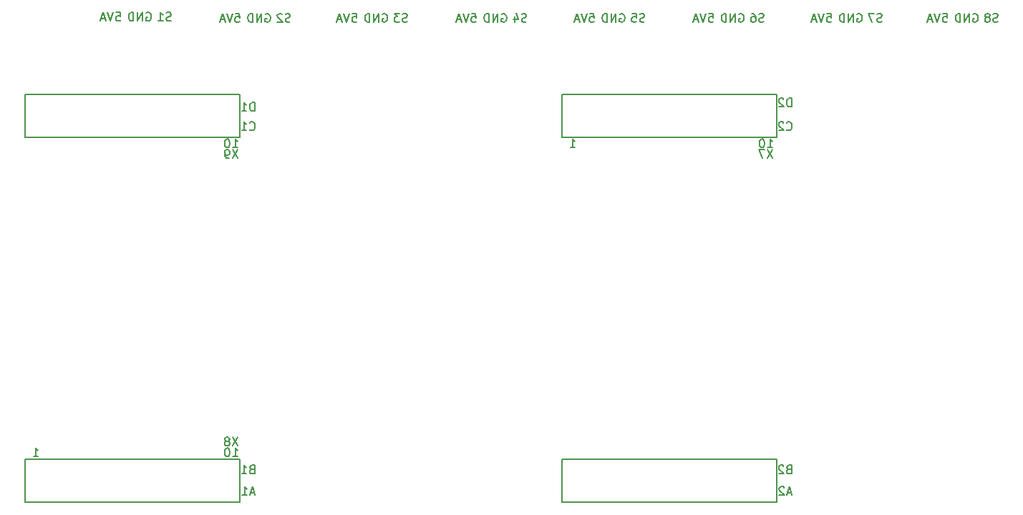
<source format=gbr>
G04 #@! TF.GenerationSoftware,KiCad,Pcbnew,5.1.5-52549c5~84~ubuntu18.04.1*
G04 #@! TF.CreationDate,2019-12-14T15:24:26-06:00*
G04 #@! TF.ProjectId,Gimbal_Board,47696d62-616c-45f4-926f-6172642e6b69,rev?*
G04 #@! TF.SameCoordinates,Original*
G04 #@! TF.FileFunction,Legend,Bot*
G04 #@! TF.FilePolarity,Positive*
%FSLAX46Y46*%
G04 Gerber Fmt 4.6, Leading zero omitted, Abs format (unit mm)*
G04 Created by KiCad (PCBNEW 5.1.5-52549c5~84~ubuntu18.04.1) date 2019-12-14 15:24:26*
%MOMM*%
%LPD*%
G04 APERTURE LIST*
%ADD10C,0.150000*%
G04 APERTURE END LIST*
D10*
X81660904Y-50046000D02*
X81756142Y-49998380D01*
X81899000Y-49998380D01*
X82041857Y-50046000D01*
X82137095Y-50141238D01*
X82184714Y-50236476D01*
X82232333Y-50426952D01*
X82232333Y-50569809D01*
X82184714Y-50760285D01*
X82137095Y-50855523D01*
X82041857Y-50950761D01*
X81899000Y-50998380D01*
X81803761Y-50998380D01*
X81660904Y-50950761D01*
X81613285Y-50903142D01*
X81613285Y-50569809D01*
X81803761Y-50569809D01*
X81184714Y-50998380D02*
X81184714Y-49998380D01*
X80613285Y-50998380D01*
X80613285Y-49998380D01*
X80137095Y-50998380D02*
X80137095Y-49998380D01*
X79899000Y-49998380D01*
X79756142Y-50046000D01*
X79660904Y-50141238D01*
X79613285Y-50236476D01*
X79565666Y-50426952D01*
X79565666Y-50569809D01*
X79613285Y-50760285D01*
X79660904Y-50855523D01*
X79756142Y-50950761D01*
X79899000Y-50998380D01*
X80137095Y-50998380D01*
X84581904Y-50950761D02*
X84439047Y-50998380D01*
X84200952Y-50998380D01*
X84105714Y-50950761D01*
X84058095Y-50903142D01*
X84010476Y-50807904D01*
X84010476Y-50712666D01*
X84058095Y-50617428D01*
X84105714Y-50569809D01*
X84200952Y-50522190D01*
X84391428Y-50474571D01*
X84486666Y-50426952D01*
X84534285Y-50379333D01*
X84581904Y-50284095D01*
X84581904Y-50188857D01*
X84534285Y-50093619D01*
X84486666Y-50046000D01*
X84391428Y-49998380D01*
X84153333Y-49998380D01*
X84010476Y-50046000D01*
X83058095Y-50998380D02*
X83629523Y-50998380D01*
X83343809Y-50998380D02*
X83343809Y-49998380D01*
X83439047Y-50141238D01*
X83534285Y-50236476D01*
X83629523Y-50284095D01*
X78089047Y-49998380D02*
X78565238Y-49998380D01*
X78612857Y-50474571D01*
X78565238Y-50426952D01*
X78470000Y-50379333D01*
X78231904Y-50379333D01*
X78136666Y-50426952D01*
X78089047Y-50474571D01*
X78041428Y-50569809D01*
X78041428Y-50807904D01*
X78089047Y-50903142D01*
X78136666Y-50950761D01*
X78231904Y-50998380D01*
X78470000Y-50998380D01*
X78565238Y-50950761D01*
X78612857Y-50903142D01*
X77755714Y-49998380D02*
X77422380Y-50998380D01*
X77089047Y-49998380D01*
X76803333Y-50712666D02*
X76327142Y-50712666D01*
X76898571Y-50998380D02*
X76565238Y-49998380D01*
X76231904Y-50998380D01*
X95757904Y-50173000D02*
X95853142Y-50125380D01*
X95996000Y-50125380D01*
X96138857Y-50173000D01*
X96234095Y-50268238D01*
X96281714Y-50363476D01*
X96329333Y-50553952D01*
X96329333Y-50696809D01*
X96281714Y-50887285D01*
X96234095Y-50982523D01*
X96138857Y-51077761D01*
X95996000Y-51125380D01*
X95900761Y-51125380D01*
X95757904Y-51077761D01*
X95710285Y-51030142D01*
X95710285Y-50696809D01*
X95900761Y-50696809D01*
X95281714Y-51125380D02*
X95281714Y-50125380D01*
X94710285Y-51125380D01*
X94710285Y-50125380D01*
X94234095Y-51125380D02*
X94234095Y-50125380D01*
X93996000Y-50125380D01*
X93853142Y-50173000D01*
X93757904Y-50268238D01*
X93710285Y-50363476D01*
X93662666Y-50553952D01*
X93662666Y-50696809D01*
X93710285Y-50887285D01*
X93757904Y-50982523D01*
X93853142Y-51077761D01*
X93996000Y-51125380D01*
X94234095Y-51125380D01*
X98678904Y-51077761D02*
X98536047Y-51125380D01*
X98297952Y-51125380D01*
X98202714Y-51077761D01*
X98155095Y-51030142D01*
X98107476Y-50934904D01*
X98107476Y-50839666D01*
X98155095Y-50744428D01*
X98202714Y-50696809D01*
X98297952Y-50649190D01*
X98488428Y-50601571D01*
X98583666Y-50553952D01*
X98631285Y-50506333D01*
X98678904Y-50411095D01*
X98678904Y-50315857D01*
X98631285Y-50220619D01*
X98583666Y-50173000D01*
X98488428Y-50125380D01*
X98250333Y-50125380D01*
X98107476Y-50173000D01*
X97726523Y-50220619D02*
X97678904Y-50173000D01*
X97583666Y-50125380D01*
X97345571Y-50125380D01*
X97250333Y-50173000D01*
X97202714Y-50220619D01*
X97155095Y-50315857D01*
X97155095Y-50411095D01*
X97202714Y-50553952D01*
X97774142Y-51125380D01*
X97155095Y-51125380D01*
X92186047Y-50125380D02*
X92662238Y-50125380D01*
X92709857Y-50601571D01*
X92662238Y-50553952D01*
X92567000Y-50506333D01*
X92328904Y-50506333D01*
X92233666Y-50553952D01*
X92186047Y-50601571D01*
X92138428Y-50696809D01*
X92138428Y-50934904D01*
X92186047Y-51030142D01*
X92233666Y-51077761D01*
X92328904Y-51125380D01*
X92567000Y-51125380D01*
X92662238Y-51077761D01*
X92709857Y-51030142D01*
X91852714Y-50125380D02*
X91519380Y-51125380D01*
X91186047Y-50125380D01*
X90900333Y-50839666D02*
X90424142Y-50839666D01*
X90995571Y-51125380D02*
X90662238Y-50125380D01*
X90328904Y-51125380D01*
X109600904Y-50173000D02*
X109696142Y-50125380D01*
X109839000Y-50125380D01*
X109981857Y-50173000D01*
X110077095Y-50268238D01*
X110124714Y-50363476D01*
X110172333Y-50553952D01*
X110172333Y-50696809D01*
X110124714Y-50887285D01*
X110077095Y-50982523D01*
X109981857Y-51077761D01*
X109839000Y-51125380D01*
X109743761Y-51125380D01*
X109600904Y-51077761D01*
X109553285Y-51030142D01*
X109553285Y-50696809D01*
X109743761Y-50696809D01*
X109124714Y-51125380D02*
X109124714Y-50125380D01*
X108553285Y-51125380D01*
X108553285Y-50125380D01*
X108077095Y-51125380D02*
X108077095Y-50125380D01*
X107839000Y-50125380D01*
X107696142Y-50173000D01*
X107600904Y-50268238D01*
X107553285Y-50363476D01*
X107505666Y-50553952D01*
X107505666Y-50696809D01*
X107553285Y-50887285D01*
X107600904Y-50982523D01*
X107696142Y-51077761D01*
X107839000Y-51125380D01*
X108077095Y-51125380D01*
X112521904Y-51077761D02*
X112379047Y-51125380D01*
X112140952Y-51125380D01*
X112045714Y-51077761D01*
X111998095Y-51030142D01*
X111950476Y-50934904D01*
X111950476Y-50839666D01*
X111998095Y-50744428D01*
X112045714Y-50696809D01*
X112140952Y-50649190D01*
X112331428Y-50601571D01*
X112426666Y-50553952D01*
X112474285Y-50506333D01*
X112521904Y-50411095D01*
X112521904Y-50315857D01*
X112474285Y-50220619D01*
X112426666Y-50173000D01*
X112331428Y-50125380D01*
X112093333Y-50125380D01*
X111950476Y-50173000D01*
X111617142Y-50125380D02*
X110998095Y-50125380D01*
X111331428Y-50506333D01*
X111188571Y-50506333D01*
X111093333Y-50553952D01*
X111045714Y-50601571D01*
X110998095Y-50696809D01*
X110998095Y-50934904D01*
X111045714Y-51030142D01*
X111093333Y-51077761D01*
X111188571Y-51125380D01*
X111474285Y-51125380D01*
X111569523Y-51077761D01*
X111617142Y-51030142D01*
X106029047Y-50125380D02*
X106505238Y-50125380D01*
X106552857Y-50601571D01*
X106505238Y-50553952D01*
X106410000Y-50506333D01*
X106171904Y-50506333D01*
X106076666Y-50553952D01*
X106029047Y-50601571D01*
X105981428Y-50696809D01*
X105981428Y-50934904D01*
X106029047Y-51030142D01*
X106076666Y-51077761D01*
X106171904Y-51125380D01*
X106410000Y-51125380D01*
X106505238Y-51077761D01*
X106552857Y-51030142D01*
X105695714Y-50125380D02*
X105362380Y-51125380D01*
X105029047Y-50125380D01*
X104743333Y-50839666D02*
X104267142Y-50839666D01*
X104838571Y-51125380D02*
X104505238Y-50125380D01*
X104171904Y-51125380D01*
X123697904Y-50173000D02*
X123793142Y-50125380D01*
X123936000Y-50125380D01*
X124078857Y-50173000D01*
X124174095Y-50268238D01*
X124221714Y-50363476D01*
X124269333Y-50553952D01*
X124269333Y-50696809D01*
X124221714Y-50887285D01*
X124174095Y-50982523D01*
X124078857Y-51077761D01*
X123936000Y-51125380D01*
X123840761Y-51125380D01*
X123697904Y-51077761D01*
X123650285Y-51030142D01*
X123650285Y-50696809D01*
X123840761Y-50696809D01*
X123221714Y-51125380D02*
X123221714Y-50125380D01*
X122650285Y-51125380D01*
X122650285Y-50125380D01*
X122174095Y-51125380D02*
X122174095Y-50125380D01*
X121936000Y-50125380D01*
X121793142Y-50173000D01*
X121697904Y-50268238D01*
X121650285Y-50363476D01*
X121602666Y-50553952D01*
X121602666Y-50696809D01*
X121650285Y-50887285D01*
X121697904Y-50982523D01*
X121793142Y-51077761D01*
X121936000Y-51125380D01*
X122174095Y-51125380D01*
X126618904Y-51077761D02*
X126476047Y-51125380D01*
X126237952Y-51125380D01*
X126142714Y-51077761D01*
X126095095Y-51030142D01*
X126047476Y-50934904D01*
X126047476Y-50839666D01*
X126095095Y-50744428D01*
X126142714Y-50696809D01*
X126237952Y-50649190D01*
X126428428Y-50601571D01*
X126523666Y-50553952D01*
X126571285Y-50506333D01*
X126618904Y-50411095D01*
X126618904Y-50315857D01*
X126571285Y-50220619D01*
X126523666Y-50173000D01*
X126428428Y-50125380D01*
X126190333Y-50125380D01*
X126047476Y-50173000D01*
X125190333Y-50458714D02*
X125190333Y-51125380D01*
X125428428Y-50077761D02*
X125666523Y-50792047D01*
X125047476Y-50792047D01*
X120126047Y-50125380D02*
X120602238Y-50125380D01*
X120649857Y-50601571D01*
X120602238Y-50553952D01*
X120507000Y-50506333D01*
X120268904Y-50506333D01*
X120173666Y-50553952D01*
X120126047Y-50601571D01*
X120078428Y-50696809D01*
X120078428Y-50934904D01*
X120126047Y-51030142D01*
X120173666Y-51077761D01*
X120268904Y-51125380D01*
X120507000Y-51125380D01*
X120602238Y-51077761D01*
X120649857Y-51030142D01*
X119792714Y-50125380D02*
X119459380Y-51125380D01*
X119126047Y-50125380D01*
X118840333Y-50839666D02*
X118364142Y-50839666D01*
X118935571Y-51125380D02*
X118602238Y-50125380D01*
X118268904Y-51125380D01*
X137667904Y-50173000D02*
X137763142Y-50125380D01*
X137906000Y-50125380D01*
X138048857Y-50173000D01*
X138144095Y-50268238D01*
X138191714Y-50363476D01*
X138239333Y-50553952D01*
X138239333Y-50696809D01*
X138191714Y-50887285D01*
X138144095Y-50982523D01*
X138048857Y-51077761D01*
X137906000Y-51125380D01*
X137810761Y-51125380D01*
X137667904Y-51077761D01*
X137620285Y-51030142D01*
X137620285Y-50696809D01*
X137810761Y-50696809D01*
X137191714Y-51125380D02*
X137191714Y-50125380D01*
X136620285Y-51125380D01*
X136620285Y-50125380D01*
X136144095Y-51125380D02*
X136144095Y-50125380D01*
X135906000Y-50125380D01*
X135763142Y-50173000D01*
X135667904Y-50268238D01*
X135620285Y-50363476D01*
X135572666Y-50553952D01*
X135572666Y-50696809D01*
X135620285Y-50887285D01*
X135667904Y-50982523D01*
X135763142Y-51077761D01*
X135906000Y-51125380D01*
X136144095Y-51125380D01*
X140588904Y-51077761D02*
X140446047Y-51125380D01*
X140207952Y-51125380D01*
X140112714Y-51077761D01*
X140065095Y-51030142D01*
X140017476Y-50934904D01*
X140017476Y-50839666D01*
X140065095Y-50744428D01*
X140112714Y-50696809D01*
X140207952Y-50649190D01*
X140398428Y-50601571D01*
X140493666Y-50553952D01*
X140541285Y-50506333D01*
X140588904Y-50411095D01*
X140588904Y-50315857D01*
X140541285Y-50220619D01*
X140493666Y-50173000D01*
X140398428Y-50125380D01*
X140160333Y-50125380D01*
X140017476Y-50173000D01*
X139112714Y-50125380D02*
X139588904Y-50125380D01*
X139636523Y-50601571D01*
X139588904Y-50553952D01*
X139493666Y-50506333D01*
X139255571Y-50506333D01*
X139160333Y-50553952D01*
X139112714Y-50601571D01*
X139065095Y-50696809D01*
X139065095Y-50934904D01*
X139112714Y-51030142D01*
X139160333Y-51077761D01*
X139255571Y-51125380D01*
X139493666Y-51125380D01*
X139588904Y-51077761D01*
X139636523Y-51030142D01*
X134096047Y-50125380D02*
X134572238Y-50125380D01*
X134619857Y-50601571D01*
X134572238Y-50553952D01*
X134477000Y-50506333D01*
X134238904Y-50506333D01*
X134143666Y-50553952D01*
X134096047Y-50601571D01*
X134048428Y-50696809D01*
X134048428Y-50934904D01*
X134096047Y-51030142D01*
X134143666Y-51077761D01*
X134238904Y-51125380D01*
X134477000Y-51125380D01*
X134572238Y-51077761D01*
X134619857Y-51030142D01*
X133762714Y-50125380D02*
X133429380Y-51125380D01*
X133096047Y-50125380D01*
X132810333Y-50839666D02*
X132334142Y-50839666D01*
X132905571Y-51125380D02*
X132572238Y-50125380D01*
X132238904Y-51125380D01*
X151764904Y-50173000D02*
X151860142Y-50125380D01*
X152003000Y-50125380D01*
X152145857Y-50173000D01*
X152241095Y-50268238D01*
X152288714Y-50363476D01*
X152336333Y-50553952D01*
X152336333Y-50696809D01*
X152288714Y-50887285D01*
X152241095Y-50982523D01*
X152145857Y-51077761D01*
X152003000Y-51125380D01*
X151907761Y-51125380D01*
X151764904Y-51077761D01*
X151717285Y-51030142D01*
X151717285Y-50696809D01*
X151907761Y-50696809D01*
X151288714Y-51125380D02*
X151288714Y-50125380D01*
X150717285Y-51125380D01*
X150717285Y-50125380D01*
X150241095Y-51125380D02*
X150241095Y-50125380D01*
X150003000Y-50125380D01*
X149860142Y-50173000D01*
X149764904Y-50268238D01*
X149717285Y-50363476D01*
X149669666Y-50553952D01*
X149669666Y-50696809D01*
X149717285Y-50887285D01*
X149764904Y-50982523D01*
X149860142Y-51077761D01*
X150003000Y-51125380D01*
X150241095Y-51125380D01*
X154685904Y-51077761D02*
X154543047Y-51125380D01*
X154304952Y-51125380D01*
X154209714Y-51077761D01*
X154162095Y-51030142D01*
X154114476Y-50934904D01*
X154114476Y-50839666D01*
X154162095Y-50744428D01*
X154209714Y-50696809D01*
X154304952Y-50649190D01*
X154495428Y-50601571D01*
X154590666Y-50553952D01*
X154638285Y-50506333D01*
X154685904Y-50411095D01*
X154685904Y-50315857D01*
X154638285Y-50220619D01*
X154590666Y-50173000D01*
X154495428Y-50125380D01*
X154257333Y-50125380D01*
X154114476Y-50173000D01*
X153257333Y-50125380D02*
X153447809Y-50125380D01*
X153543047Y-50173000D01*
X153590666Y-50220619D01*
X153685904Y-50363476D01*
X153733523Y-50553952D01*
X153733523Y-50934904D01*
X153685904Y-51030142D01*
X153638285Y-51077761D01*
X153543047Y-51125380D01*
X153352571Y-51125380D01*
X153257333Y-51077761D01*
X153209714Y-51030142D01*
X153162095Y-50934904D01*
X153162095Y-50696809D01*
X153209714Y-50601571D01*
X153257333Y-50553952D01*
X153352571Y-50506333D01*
X153543047Y-50506333D01*
X153638285Y-50553952D01*
X153685904Y-50601571D01*
X153733523Y-50696809D01*
X148193047Y-50125380D02*
X148669238Y-50125380D01*
X148716857Y-50601571D01*
X148669238Y-50553952D01*
X148574000Y-50506333D01*
X148335904Y-50506333D01*
X148240666Y-50553952D01*
X148193047Y-50601571D01*
X148145428Y-50696809D01*
X148145428Y-50934904D01*
X148193047Y-51030142D01*
X148240666Y-51077761D01*
X148335904Y-51125380D01*
X148574000Y-51125380D01*
X148669238Y-51077761D01*
X148716857Y-51030142D01*
X147859714Y-50125380D02*
X147526380Y-51125380D01*
X147193047Y-50125380D01*
X146907333Y-50839666D02*
X146431142Y-50839666D01*
X147002571Y-51125380D02*
X146669238Y-50125380D01*
X146335904Y-51125380D01*
X165734904Y-50173000D02*
X165830142Y-50125380D01*
X165973000Y-50125380D01*
X166115857Y-50173000D01*
X166211095Y-50268238D01*
X166258714Y-50363476D01*
X166306333Y-50553952D01*
X166306333Y-50696809D01*
X166258714Y-50887285D01*
X166211095Y-50982523D01*
X166115857Y-51077761D01*
X165973000Y-51125380D01*
X165877761Y-51125380D01*
X165734904Y-51077761D01*
X165687285Y-51030142D01*
X165687285Y-50696809D01*
X165877761Y-50696809D01*
X165258714Y-51125380D02*
X165258714Y-50125380D01*
X164687285Y-51125380D01*
X164687285Y-50125380D01*
X164211095Y-51125380D02*
X164211095Y-50125380D01*
X163973000Y-50125380D01*
X163830142Y-50173000D01*
X163734904Y-50268238D01*
X163687285Y-50363476D01*
X163639666Y-50553952D01*
X163639666Y-50696809D01*
X163687285Y-50887285D01*
X163734904Y-50982523D01*
X163830142Y-51077761D01*
X163973000Y-51125380D01*
X164211095Y-51125380D01*
X168655904Y-51077761D02*
X168513047Y-51125380D01*
X168274952Y-51125380D01*
X168179714Y-51077761D01*
X168132095Y-51030142D01*
X168084476Y-50934904D01*
X168084476Y-50839666D01*
X168132095Y-50744428D01*
X168179714Y-50696809D01*
X168274952Y-50649190D01*
X168465428Y-50601571D01*
X168560666Y-50553952D01*
X168608285Y-50506333D01*
X168655904Y-50411095D01*
X168655904Y-50315857D01*
X168608285Y-50220619D01*
X168560666Y-50173000D01*
X168465428Y-50125380D01*
X168227333Y-50125380D01*
X168084476Y-50173000D01*
X167751142Y-50125380D02*
X167084476Y-50125380D01*
X167513047Y-51125380D01*
X162163047Y-50125380D02*
X162639238Y-50125380D01*
X162686857Y-50601571D01*
X162639238Y-50553952D01*
X162544000Y-50506333D01*
X162305904Y-50506333D01*
X162210666Y-50553952D01*
X162163047Y-50601571D01*
X162115428Y-50696809D01*
X162115428Y-50934904D01*
X162163047Y-51030142D01*
X162210666Y-51077761D01*
X162305904Y-51125380D01*
X162544000Y-51125380D01*
X162639238Y-51077761D01*
X162686857Y-51030142D01*
X161829714Y-50125380D02*
X161496380Y-51125380D01*
X161163047Y-50125380D01*
X160877333Y-50839666D02*
X160401142Y-50839666D01*
X160972571Y-51125380D02*
X160639238Y-50125380D01*
X160305904Y-51125380D01*
X175879047Y-50125380D02*
X176355238Y-50125380D01*
X176402857Y-50601571D01*
X176355238Y-50553952D01*
X176260000Y-50506333D01*
X176021904Y-50506333D01*
X175926666Y-50553952D01*
X175879047Y-50601571D01*
X175831428Y-50696809D01*
X175831428Y-50934904D01*
X175879047Y-51030142D01*
X175926666Y-51077761D01*
X176021904Y-51125380D01*
X176260000Y-51125380D01*
X176355238Y-51077761D01*
X176402857Y-51030142D01*
X175545714Y-50125380D02*
X175212380Y-51125380D01*
X174879047Y-50125380D01*
X174593333Y-50839666D02*
X174117142Y-50839666D01*
X174688571Y-51125380D02*
X174355238Y-50125380D01*
X174021904Y-51125380D01*
X179450904Y-50173000D02*
X179546142Y-50125380D01*
X179689000Y-50125380D01*
X179831857Y-50173000D01*
X179927095Y-50268238D01*
X179974714Y-50363476D01*
X180022333Y-50553952D01*
X180022333Y-50696809D01*
X179974714Y-50887285D01*
X179927095Y-50982523D01*
X179831857Y-51077761D01*
X179689000Y-51125380D01*
X179593761Y-51125380D01*
X179450904Y-51077761D01*
X179403285Y-51030142D01*
X179403285Y-50696809D01*
X179593761Y-50696809D01*
X178974714Y-51125380D02*
X178974714Y-50125380D01*
X178403285Y-51125380D01*
X178403285Y-50125380D01*
X177927095Y-51125380D02*
X177927095Y-50125380D01*
X177689000Y-50125380D01*
X177546142Y-50173000D01*
X177450904Y-50268238D01*
X177403285Y-50363476D01*
X177355666Y-50553952D01*
X177355666Y-50696809D01*
X177403285Y-50887285D01*
X177450904Y-50982523D01*
X177546142Y-51077761D01*
X177689000Y-51125380D01*
X177927095Y-51125380D01*
X182371904Y-51077761D02*
X182229047Y-51125380D01*
X181990952Y-51125380D01*
X181895714Y-51077761D01*
X181848095Y-51030142D01*
X181800476Y-50934904D01*
X181800476Y-50839666D01*
X181848095Y-50744428D01*
X181895714Y-50696809D01*
X181990952Y-50649190D01*
X182181428Y-50601571D01*
X182276666Y-50553952D01*
X182324285Y-50506333D01*
X182371904Y-50411095D01*
X182371904Y-50315857D01*
X182324285Y-50220619D01*
X182276666Y-50173000D01*
X182181428Y-50125380D01*
X181943333Y-50125380D01*
X181800476Y-50173000D01*
X181229047Y-50553952D02*
X181324285Y-50506333D01*
X181371904Y-50458714D01*
X181419523Y-50363476D01*
X181419523Y-50315857D01*
X181371904Y-50220619D01*
X181324285Y-50173000D01*
X181229047Y-50125380D01*
X181038571Y-50125380D01*
X180943333Y-50173000D01*
X180895714Y-50220619D01*
X180848095Y-50315857D01*
X180848095Y-50363476D01*
X180895714Y-50458714D01*
X180943333Y-50506333D01*
X181038571Y-50553952D01*
X181229047Y-50553952D01*
X181324285Y-50601571D01*
X181371904Y-50649190D01*
X181419523Y-50744428D01*
X181419523Y-50934904D01*
X181371904Y-51030142D01*
X181324285Y-51077761D01*
X181229047Y-51125380D01*
X181038571Y-51125380D01*
X180943333Y-51077761D01*
X180895714Y-51030142D01*
X180848095Y-50934904D01*
X180848095Y-50744428D01*
X180895714Y-50649190D01*
X180943333Y-50601571D01*
X181038571Y-50553952D01*
X130810000Y-59690000D02*
X130810000Y-64770000D01*
X156210000Y-59690000D02*
X130810000Y-59690000D01*
X156210000Y-64770000D02*
X156210000Y-59690000D01*
X130810000Y-107950000D02*
X156210000Y-107950000D01*
X130810000Y-102870000D02*
X130810000Y-107950000D01*
X156210000Y-107950000D02*
X156210000Y-102870000D01*
X130810000Y-64770000D02*
X156210000Y-64770000D01*
X156210000Y-102870000D02*
X130810000Y-102870000D01*
X67310000Y-64770000D02*
X92710000Y-64770000D01*
X67310000Y-59690000D02*
X67310000Y-64770000D01*
X92710000Y-59690000D02*
X67310000Y-59690000D01*
X92710000Y-64770000D02*
X92710000Y-59690000D01*
X67310000Y-107950000D02*
X92710000Y-107950000D01*
X67310000Y-102870000D02*
X67310000Y-107950000D01*
X92710000Y-102870000D02*
X67310000Y-102870000D01*
X92710000Y-107950000D02*
X92710000Y-102870000D01*
X157940285Y-106846666D02*
X157464095Y-106846666D01*
X158035523Y-107132380D02*
X157702190Y-106132380D01*
X157368857Y-107132380D01*
X157083142Y-106227619D02*
X157035523Y-106180000D01*
X156940285Y-106132380D01*
X156702190Y-106132380D01*
X156606952Y-106180000D01*
X156559333Y-106227619D01*
X156511714Y-106322857D01*
X156511714Y-106418095D01*
X156559333Y-106560952D01*
X157130761Y-107132380D01*
X156511714Y-107132380D01*
X157630761Y-104068571D02*
X157487904Y-104116190D01*
X157440285Y-104163809D01*
X157392666Y-104259047D01*
X157392666Y-104401904D01*
X157440285Y-104497142D01*
X157487904Y-104544761D01*
X157583142Y-104592380D01*
X157964095Y-104592380D01*
X157964095Y-103592380D01*
X157630761Y-103592380D01*
X157535523Y-103640000D01*
X157487904Y-103687619D01*
X157440285Y-103782857D01*
X157440285Y-103878095D01*
X157487904Y-103973333D01*
X157535523Y-104020952D01*
X157630761Y-104068571D01*
X157964095Y-104068571D01*
X157011714Y-103687619D02*
X156964095Y-103640000D01*
X156868857Y-103592380D01*
X156630761Y-103592380D01*
X156535523Y-103640000D01*
X156487904Y-103687619D01*
X156440285Y-103782857D01*
X156440285Y-103878095D01*
X156487904Y-104020952D01*
X157059333Y-104592380D01*
X156440285Y-104592380D01*
X94440285Y-106846666D02*
X93964095Y-106846666D01*
X94535523Y-107132380D02*
X94202190Y-106132380D01*
X93868857Y-107132380D01*
X93011714Y-107132380D02*
X93583142Y-107132380D01*
X93297428Y-107132380D02*
X93297428Y-106132380D01*
X93392666Y-106275238D01*
X93487904Y-106370476D01*
X93583142Y-106418095D01*
X94130761Y-104068571D02*
X93987904Y-104116190D01*
X93940285Y-104163809D01*
X93892666Y-104259047D01*
X93892666Y-104401904D01*
X93940285Y-104497142D01*
X93987904Y-104544761D01*
X94083142Y-104592380D01*
X94464095Y-104592380D01*
X94464095Y-103592380D01*
X94130761Y-103592380D01*
X94035523Y-103640000D01*
X93987904Y-103687619D01*
X93940285Y-103782857D01*
X93940285Y-103878095D01*
X93987904Y-103973333D01*
X94035523Y-104020952D01*
X94130761Y-104068571D01*
X94464095Y-104068571D01*
X92940285Y-104592380D02*
X93511714Y-104592380D01*
X93226000Y-104592380D02*
X93226000Y-103592380D01*
X93321238Y-103735238D01*
X93416476Y-103830476D01*
X93511714Y-103878095D01*
X157964095Y-61158380D02*
X157964095Y-60158380D01*
X157726000Y-60158380D01*
X157583142Y-60206000D01*
X157487904Y-60301238D01*
X157440285Y-60396476D01*
X157392666Y-60586952D01*
X157392666Y-60729809D01*
X157440285Y-60920285D01*
X157487904Y-61015523D01*
X157583142Y-61110761D01*
X157726000Y-61158380D01*
X157964095Y-61158380D01*
X157011714Y-60253619D02*
X156964095Y-60206000D01*
X156868857Y-60158380D01*
X156630761Y-60158380D01*
X156535523Y-60206000D01*
X156487904Y-60253619D01*
X156440285Y-60348857D01*
X156440285Y-60444095D01*
X156487904Y-60586952D01*
X157059333Y-61158380D01*
X156440285Y-61158380D01*
X157392666Y-63857142D02*
X157440285Y-63904761D01*
X157583142Y-63952380D01*
X157678380Y-63952380D01*
X157821238Y-63904761D01*
X157916476Y-63809523D01*
X157964095Y-63714285D01*
X158011714Y-63523809D01*
X158011714Y-63380952D01*
X157964095Y-63190476D01*
X157916476Y-63095238D01*
X157821238Y-63000000D01*
X157678380Y-62952380D01*
X157583142Y-62952380D01*
X157440285Y-63000000D01*
X157392666Y-63047619D01*
X157011714Y-63047619D02*
X156964095Y-63000000D01*
X156868857Y-62952380D01*
X156630761Y-62952380D01*
X156535523Y-63000000D01*
X156487904Y-63047619D01*
X156440285Y-63142857D01*
X156440285Y-63238095D01*
X156487904Y-63380952D01*
X157059333Y-63952380D01*
X156440285Y-63952380D01*
X94464095Y-61666380D02*
X94464095Y-60666380D01*
X94226000Y-60666380D01*
X94083142Y-60714000D01*
X93987904Y-60809238D01*
X93940285Y-60904476D01*
X93892666Y-61094952D01*
X93892666Y-61237809D01*
X93940285Y-61428285D01*
X93987904Y-61523523D01*
X94083142Y-61618761D01*
X94226000Y-61666380D01*
X94464095Y-61666380D01*
X92940285Y-61666380D02*
X93511714Y-61666380D01*
X93226000Y-61666380D02*
X93226000Y-60666380D01*
X93321238Y-60809238D01*
X93416476Y-60904476D01*
X93511714Y-60952095D01*
X93892666Y-63857142D02*
X93940285Y-63904761D01*
X94083142Y-63952380D01*
X94178380Y-63952380D01*
X94321238Y-63904761D01*
X94416476Y-63809523D01*
X94464095Y-63714285D01*
X94511714Y-63523809D01*
X94511714Y-63380952D01*
X94464095Y-63190476D01*
X94416476Y-63095238D01*
X94321238Y-63000000D01*
X94178380Y-62952380D01*
X94083142Y-62952380D01*
X93940285Y-63000000D01*
X93892666Y-63047619D01*
X92940285Y-63952380D02*
X93511714Y-63952380D01*
X93226000Y-63952380D02*
X93226000Y-62952380D01*
X93321238Y-63095238D01*
X93416476Y-63190476D01*
X93511714Y-63238095D01*
X155749523Y-66254380D02*
X155082857Y-67254380D01*
X155082857Y-66254380D02*
X155749523Y-67254380D01*
X154797142Y-66254380D02*
X154130476Y-66254380D01*
X154559047Y-67254380D01*
X92503523Y-100290380D02*
X91836857Y-101290380D01*
X91836857Y-100290380D02*
X92503523Y-101290380D01*
X91313047Y-100718952D02*
X91408285Y-100671333D01*
X91455904Y-100623714D01*
X91503523Y-100528476D01*
X91503523Y-100480857D01*
X91455904Y-100385619D01*
X91408285Y-100338000D01*
X91313047Y-100290380D01*
X91122571Y-100290380D01*
X91027333Y-100338000D01*
X90979714Y-100385619D01*
X90932095Y-100480857D01*
X90932095Y-100528476D01*
X90979714Y-100623714D01*
X91027333Y-100671333D01*
X91122571Y-100718952D01*
X91313047Y-100718952D01*
X91408285Y-100766571D01*
X91455904Y-100814190D01*
X91503523Y-100909428D01*
X91503523Y-101099904D01*
X91455904Y-101195142D01*
X91408285Y-101242761D01*
X91313047Y-101290380D01*
X91122571Y-101290380D01*
X91027333Y-101242761D01*
X90979714Y-101195142D01*
X90932095Y-101099904D01*
X90932095Y-100909428D01*
X90979714Y-100814190D01*
X91027333Y-100766571D01*
X91122571Y-100718952D01*
X92503523Y-66254380D02*
X91836857Y-67254380D01*
X91836857Y-66254380D02*
X92503523Y-67254380D01*
X91408285Y-67254380D02*
X91217809Y-67254380D01*
X91122571Y-67206761D01*
X91074952Y-67159142D01*
X90979714Y-67016285D01*
X90932095Y-66825809D01*
X90932095Y-66444857D01*
X90979714Y-66349619D01*
X91027333Y-66302000D01*
X91122571Y-66254380D01*
X91313047Y-66254380D01*
X91408285Y-66302000D01*
X91455904Y-66349619D01*
X91503523Y-66444857D01*
X91503523Y-66682952D01*
X91455904Y-66778190D01*
X91408285Y-66825809D01*
X91313047Y-66873428D01*
X91122571Y-66873428D01*
X91027333Y-66825809D01*
X90979714Y-66778190D01*
X90932095Y-66682952D01*
X91884476Y-65984380D02*
X92455904Y-65984380D01*
X92170190Y-65984380D02*
X92170190Y-64984380D01*
X92265428Y-65127238D01*
X92360666Y-65222476D01*
X92455904Y-65270095D01*
X91265428Y-64984380D02*
X91170190Y-64984380D01*
X91074952Y-65032000D01*
X91027333Y-65079619D01*
X90979714Y-65174857D01*
X90932095Y-65365333D01*
X90932095Y-65603428D01*
X90979714Y-65793904D01*
X91027333Y-65889142D01*
X91074952Y-65936761D01*
X91170190Y-65984380D01*
X91265428Y-65984380D01*
X91360666Y-65936761D01*
X91408285Y-65889142D01*
X91455904Y-65793904D01*
X91503523Y-65603428D01*
X91503523Y-65365333D01*
X91455904Y-65174857D01*
X91408285Y-65079619D01*
X91360666Y-65032000D01*
X91265428Y-64984380D01*
X155130476Y-65984380D02*
X155701904Y-65984380D01*
X155416190Y-65984380D02*
X155416190Y-64984380D01*
X155511428Y-65127238D01*
X155606666Y-65222476D01*
X155701904Y-65270095D01*
X154511428Y-64984380D02*
X154416190Y-64984380D01*
X154320952Y-65032000D01*
X154273333Y-65079619D01*
X154225714Y-65174857D01*
X154178095Y-65365333D01*
X154178095Y-65603428D01*
X154225714Y-65793904D01*
X154273333Y-65889142D01*
X154320952Y-65936761D01*
X154416190Y-65984380D01*
X154511428Y-65984380D01*
X154606666Y-65936761D01*
X154654285Y-65889142D01*
X154701904Y-65793904D01*
X154749523Y-65603428D01*
X154749523Y-65365333D01*
X154701904Y-65174857D01*
X154654285Y-65079619D01*
X154606666Y-65032000D01*
X154511428Y-64984380D01*
X131794285Y-65984380D02*
X132365714Y-65984380D01*
X132080000Y-65984380D02*
X132080000Y-64984380D01*
X132175238Y-65127238D01*
X132270476Y-65222476D01*
X132365714Y-65270095D01*
X91884476Y-102560380D02*
X92455904Y-102560380D01*
X92170190Y-102560380D02*
X92170190Y-101560380D01*
X92265428Y-101703238D01*
X92360666Y-101798476D01*
X92455904Y-101846095D01*
X91265428Y-101560380D02*
X91170190Y-101560380D01*
X91074952Y-101608000D01*
X91027333Y-101655619D01*
X90979714Y-101750857D01*
X90932095Y-101941333D01*
X90932095Y-102179428D01*
X90979714Y-102369904D01*
X91027333Y-102465142D01*
X91074952Y-102512761D01*
X91170190Y-102560380D01*
X91265428Y-102560380D01*
X91360666Y-102512761D01*
X91408285Y-102465142D01*
X91455904Y-102369904D01*
X91503523Y-102179428D01*
X91503523Y-101941333D01*
X91455904Y-101750857D01*
X91408285Y-101655619D01*
X91360666Y-101608000D01*
X91265428Y-101560380D01*
X68294285Y-102560380D02*
X68865714Y-102560380D01*
X68580000Y-102560380D02*
X68580000Y-101560380D01*
X68675238Y-101703238D01*
X68770476Y-101798476D01*
X68865714Y-101846095D01*
X91884476Y-65984380D02*
X92455904Y-65984380D01*
X92170190Y-65984380D02*
X92170190Y-64984380D01*
X92265428Y-65127238D01*
X92360666Y-65222476D01*
X92455904Y-65270095D01*
X91265428Y-64984380D02*
X91170190Y-64984380D01*
X91074952Y-65032000D01*
X91027333Y-65079619D01*
X90979714Y-65174857D01*
X90932095Y-65365333D01*
X90932095Y-65603428D01*
X90979714Y-65793904D01*
X91027333Y-65889142D01*
X91074952Y-65936761D01*
X91170190Y-65984380D01*
X91265428Y-65984380D01*
X91360666Y-65936761D01*
X91408285Y-65889142D01*
X91455904Y-65793904D01*
X91503523Y-65603428D01*
X91503523Y-65365333D01*
X91455904Y-65174857D01*
X91408285Y-65079619D01*
X91360666Y-65032000D01*
X91265428Y-64984380D01*
M02*

</source>
